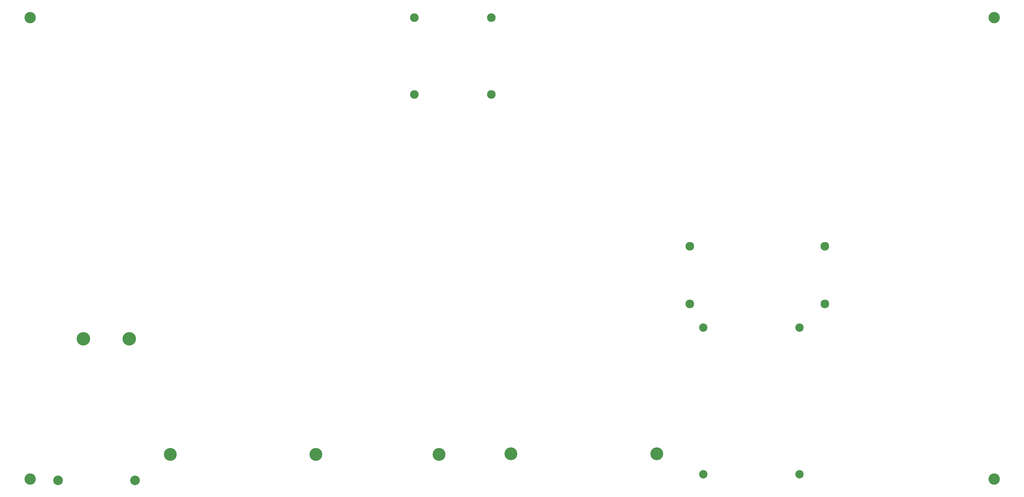
<source format=gbr>
%TF.GenerationSoftware,Novarm,DipTrace,3.3.1.1*%
%TF.CreationDate,2019-12-29T15:56:08+07:00*%
%FSLAX35Y35*%
%MOMM*%
%TF.FileFunction,NonPlated,1,2,NPTH,Drill*%
%TF.Part,Single*%
%TA.AperFunction,MechanicalDrill*%
%ADD23C,3.0*%
%ADD74C,3.4*%
%ADD75C,2.2*%
%ADD76C,2.3*%
%ADD77C,2.54*%
%ADD78C,3.556*%
%ADD79C,2.29*%
G75*
G01*
D23*
X400000Y400000D3*
X25850000Y12600000D3*
X400000D3*
X25850000Y400000D3*
D74*
X4100017Y1049237D3*
X7950017D3*
X11200017D3*
X13096270Y1063323D3*
X16946270D3*
D75*
X18177603Y4406167D3*
Y526167D3*
X20717603D3*
Y4406167D3*
D76*
X21378570Y5032260D3*
X17818570D3*
X21378570Y6552260D3*
X17818570D3*
D77*
X3168133Y363053D3*
X1136133D3*
D78*
X1803363Y4107513D3*
X3017737D3*
D79*
X12575260Y12599740D3*
X10543260D3*
Y10567740D3*
X12575260D3*
M02*

</source>
